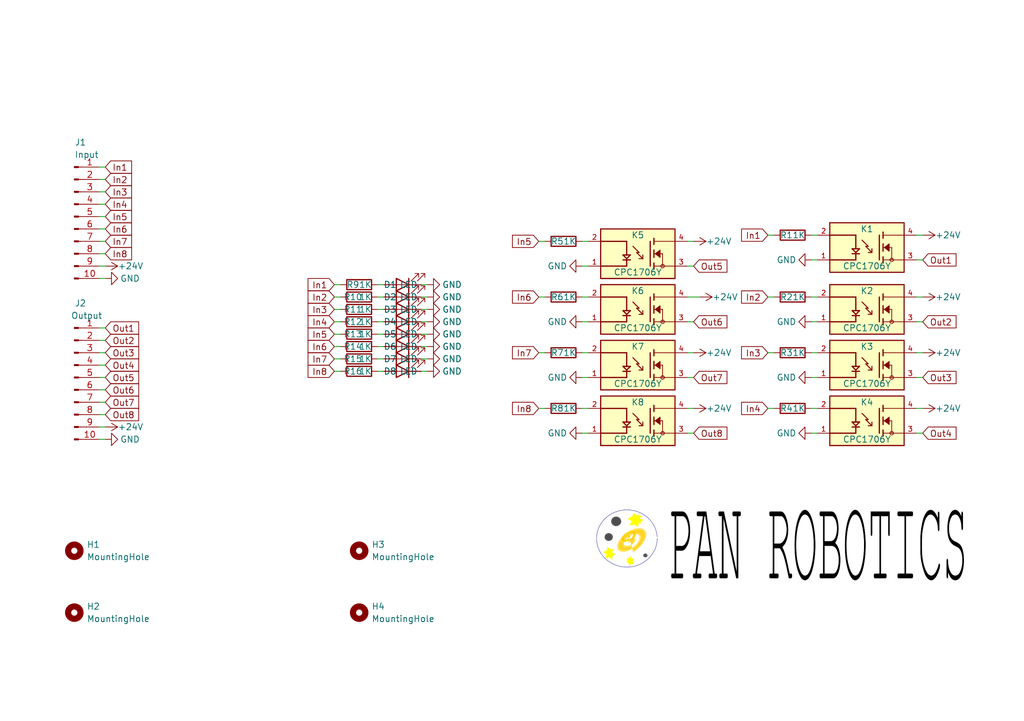
<source format=kicad_sch>
(kicad_sch (version 20231120) (generator "eeschema") (generator_version "8.0")
  (paper "A5")
  (title_block (title "8 Way Replay Board") (date "2024-05-06") (rev "V1") (company "Pan Robotics Limited"))
  (lib_symbols
    (symbol "CPC1706Y:CPC1706Y" (pin_names (offset 1.016))
      (property "Reference" "K" (at -7.62 5.715 0))
      (property "Value" "CPC1706Y" (at -7.62 -7.62 0))
      (symbol "CPC1706Y_0_0"
        (rectangle (start -7.62 -5.08) (end 7.62 5.08) (stroke (width 0.254)) (fill (type background)))
        (polyline (pts (xy -7.62 2.54) (xy -2.286 2.54)) (stroke (width 0.254)))
        (polyline (pts (xy -3.048 -1.27) (xy -1.524 -1.27)) (stroke (width 0.254)))
        (polyline (pts (xy -3.048 -0.254) (xy -2.286 -1.016)) (stroke (width 0.254)))
        (polyline (pts (xy -2.286 -2.54) (xy -7.62 -2.54)) (stroke (width 0.254)))
        (polyline (pts (xy -2.286 -1.27) (xy -2.286 -2.54)) (stroke (width 0.254)))
        (polyline (pts (xy -2.286 -1.016) (xy -1.524 -0.254)) (stroke (width 0.254)))
        (polyline (pts (xy -2.286 -0.254) (xy -3.048 -0.254)) (stroke (width 0.254)))
        (polyline (pts (xy -2.286 -0.254) (xy -1.524 -0.254)) (stroke (width 0.254)))
        (polyline (pts (xy -2.286 2.54) (xy -2.286 -0.254)) (stroke (width 0.254)))
        (polyline (pts (xy -1.016 1.524) (xy 0.254 0.254)) (stroke (width 0.2032)))
        (polyline (pts (xy -0.254 0.254) (xy 1.016 -1.016)) (stroke (width 0.2032)))
        (polyline (pts (xy 0.254 0.254) (xy -0.254 0.254)) (stroke (width 0.2032)))
        (polyline (pts (xy 1.016 -1.016) (xy 0.254 -1.016)) (stroke (width 0.2032)))
        (polyline (pts (xy 1.016 -1.016) (xy 1.016 -0.254)) (stroke (width 0.2032)))
        (polyline (pts (xy 2.54 2.54) (xy 2.54 -2.54)) (stroke (width 0.254)))
        (polyline (pts (xy 3.302 -2.54) (xy 3.302 -3.175)) (stroke (width 0.254)))
        (polyline (pts (xy 3.302 -1.905) (xy 3.302 -2.54)) (stroke (width 0.254)))
        (polyline (pts (xy 3.302 0) (xy 3.302 -0.762)) (stroke (width 0.254)))
        (polyline (pts (xy 3.302 0) (xy 5.08 0)) (stroke (width 0.1524)))
        (polyline (pts (xy 3.302 0.762) (xy 3.302 0)) (stroke (width 0.254)))
        (polyline (pts (xy 3.302 2.54) (xy 3.302 1.905)) (stroke (width 0.254)))
        (polyline (pts (xy 3.302 2.54) (xy 7.62 2.54)) (stroke (width 0.1524)))
        (polyline (pts (xy 3.302 3.175) (xy 3.302 2.54)) (stroke (width 0.254)))
        (polyline (pts (xy 5.08 -2.54) (xy 3.302 -2.54)) (stroke (width 0.1524)))
        (polyline (pts (xy 5.08 -2.54) (xy 7.62 -2.54)) (stroke (width 0.1524)))
        (polyline (pts (xy 5.08 0) (xy 5.08 -2.54)) (stroke (width 0.1524)))
        (polyline (pts (xy 3.556 0) (xy 4.572 0.762) (xy 4.572 -0.762) (xy 3.556 0)) (stroke (width 0.1524)) (fill (type outline)))
        (circle (center 5.08 -2.54) (radius 0.3592))
        (pin passive line (at -10.16 -2.54 0) (length 2.54) (name "~") (number "1"))
        (pin passive line (at -10.16 2.54 0) (length 2.54) (name "~") (number "2"))
        (pin passive line (at 10.16 -2.54 180) (length 2.54) (name "~") (number "3"))
        (pin passive line (at 10.16 2.54 180) (length 2.54) (name "~") (number "4"))
      )
    )
    (symbol "Connector:Conn_01x10_Male" (pin_names (offset 1.016) hide)
      (property "Reference" "J" (at 0 12.7 0))
      (property "Value" "Conn_01x10_Male" (at 0 -15.24 0))
      (symbol "Conn_01x10_Male_1_1"
        (polyline (pts (xy 1.27 -12.7) (xy 0.8636 -12.7)) (stroke (width 0.1524)))
        (polyline (pts (xy 1.27 -10.16) (xy 0.8636 -10.16)) (stroke (width 0.1524)))
        (polyline (pts (xy 1.27 -7.62) (xy 0.8636 -7.62)) (stroke (width 0.1524)))
        (polyline (pts (xy 1.27 -5.08) (xy 0.8636 -5.08)) (stroke (width 0.1524)))
        (polyline (pts (xy 1.27 -2.54) (xy 0.8636 -2.54)) (stroke (width 0.1524)))
        (polyline (pts (xy 1.27 0) (xy 0.8636 0)) (stroke (width 0.1524)))
        (polyline (pts (xy 1.27 2.54) (xy 0.8636 2.54)) (stroke (width 0.1524)))
        (polyline (pts (xy 1.27 5.08) (xy 0.8636 5.08)) (stroke (width 0.1524)))
        (polyline (pts (xy 1.27 7.62) (xy 0.8636 7.62)) (stroke (width 0.1524)))
        (polyline (pts (xy 1.27 10.16) (xy 0.8636 10.16)) (stroke (width 0.1524)))
        (rectangle (start 0.8636 -12.573) (end 0 -12.827) (stroke (width 0.1524)) (fill (type outline)))
        (rectangle (start 0.8636 -10.033) (end 0 -10.287) (stroke (width 0.1524)) (fill (type outline)))
        (rectangle (start 0.8636 -7.493) (end 0 -7.747) (stroke (width 0.1524)) (fill (type outline)))
        (rectangle (start 0.8636 -4.953) (end 0 -5.207) (stroke (width 0.1524)) (fill (type outline)))
        (rectangle (start 0.8636 -2.413) (end 0 -2.667) (stroke (width 0.1524)) (fill (type outline)))
        (rectangle (start 0.8636 0.127) (end 0 -0.127) (stroke (width 0.1524)) (fill (type outline)))
        (rectangle (start 0.8636 2.667) (end 0 2.413) (stroke (width 0.1524)) (fill (type outline)))
        (rectangle (start 0.8636 5.207) (end 0 4.953) (stroke (width 0.1524)) (fill (type outline)))
        (rectangle (start 0.8636 7.747) (end 0 7.493) (stroke (width 0.1524)) (fill (type outline)))
        (rectangle (start 0.8636 10.287) (end 0 10.033) (stroke (width 0.1524)) (fill (type outline)))
        (pin passive line (at 5.08 10.16 180) (length 3.81) (name "Pin_1") (number "1"))
        (pin passive line (at 5.08 -12.7 180) (length 3.81) (name "Pin_10") (number "10"))
        (pin passive line (at 5.08 7.62 180) (length 3.81) (name "Pin_2") (number "2"))
        (pin passive line (at 5.08 5.08 180) (length 3.81) (name "Pin_3") (number "3"))
        (pin passive line (at 5.08 2.54 180) (length 3.81) (name "Pin_4") (number "4"))
        (pin passive line (at 5.08 0 180) (length 3.81) (name "Pin_5") (number "5"))
        (pin passive line (at 5.08 -2.54 180) (length 3.81) (name "Pin_6") (number "6"))
        (pin passive line (at 5.08 -5.08 180) (length 3.81) (name "Pin_7") (number "7"))
        (pin passive line (at 5.08 -7.62 180) (length 3.81) (name "Pin_8") (number "8"))
        (pin passive line (at 5.08 -10.16 180) (length 3.81) (name "Pin_9") (number "9"))
      )
    )
    (symbol "Device:LED" (pin_numbers hide) (pin_names (offset 1.016) hide)
      (property "Reference" "D" (at 0 2.54 0))
      (property "Value" "LED" (at 0 -2.54 0))
      (symbol "LED_0_1"
        (polyline (pts (xy -1.27 -1.27) (xy -1.27 1.27)) (stroke (width 0.254)))
        (polyline (pts (xy -1.27 0) (xy 1.27 0)))
        (polyline (pts (xy 1.27 -1.27) (xy 1.27 1.27) (xy -1.27 0) (xy 1.27 -1.27)) (stroke (width 0.254)))
        (polyline (pts (xy -3.048 -0.762) (xy -4.572 -2.286) (xy -3.81 -2.286) (xy -4.572 -2.286) (xy -4.572 -1.524)))
        (polyline (pts (xy -1.778 -0.762) (xy -3.302 -2.286) (xy -2.54 -2.286) (xy -3.302 -2.286) (xy -3.302 -1.524)))
      )
      (symbol "LED_1_1"
        (pin passive line (at -3.81 0 0) (length 2.54) (name "K") (number "1"))
        (pin passive line (at 3.81 0 180) (length 2.54) (name "A") (number "2"))
      )
    )
    (symbol "Device:R" (pin_numbers hide) (pin_names (offset 0))
      (property "Reference" "R" (at 2.032 0 90))
      (property "Value" "R" (at 0 0 90))
      (symbol "R_0_1"
        (rectangle (start -1.016 -2.54) (end 1.016 2.54) (stroke (width 0.254)))
      )
      (symbol "R_1_1"
        (pin passive line (at 0 3.81 270) (length 1.27) (name "~") (number "1"))
        (pin passive line (at 0 -3.81 90) (length 1.27) (name "~") (number "2"))
      )
    )
    (symbol "Mechanical:MountingHole" (pin_names (offset 1.016))
      (property "Reference" "H" (at 0 5.08 0))
      (property "Value" "MountingHole" (at 0 3.175 0))
      (symbol "MountingHole_0_1"
        (circle (center 0 0) (radius 1.27) (stroke (width 1.27)))
      )
    )
    (symbol "power:+24V" (power) (pin_names (offset 0))
      (property "Value" "+24V" (at 0 3.556 0))
      (symbol "+24V_0_1"
        (polyline (pts (xy -0.762 1.27) (xy 0 2.54)))
        (polyline (pts (xy 0 0) (xy 0 2.54)))
        (polyline (pts (xy 0 2.54) (xy 0.762 1.27)))
      )
      (symbol "+24V_1_1"
        (pin power_in line (at 0 0 90) (length 0) hide (name "+24V") (number "1"))
      )
    )
    (symbol "power:GND" (power) (pin_names (offset 0))
      (property "Value" "GND" (at 0 -3.81 0))
      (symbol "GND_0_1"
        (polyline (pts (xy 0 0) (xy 0 -1.27) (xy 1.27 -1.27) (xy 0 -2.54) (xy -1.27 -1.27) (xy 0 -1.27)))
      )
      (symbol "GND_1_1"
        (pin power_in line (at 0 0 270) (length 0) hide (name "GND") (number "1"))
      )
    )
  )
  (wire (pts (xy 21.59 54.61) (xy 20.32 54.61)))
  (wire (pts (xy 21.59 69.85) (xy 20.32 69.85)))
  (wire (pts (xy 86.36 68.58) (xy 87.63 68.58)))
  (wire (pts (xy 68.58 60.96) (xy 69.85 60.96)))
  (wire (pts (xy 166.37 77.47) (xy 167.64 77.47)))
  (wire (pts (xy 21.59 77.47) (xy 20.32 77.47)))
  (wire (pts (xy 77.47 60.96) (xy 78.74 60.96)))
  (wire (pts (xy 119.38 54.61) (xy 120.65 54.61)))
  (wire (pts (xy 166.37 66.04) (xy 167.64 66.04)))
  (wire (pts (xy 77.47 66.04) (xy 78.74 66.04)))
  (wire (pts (xy 21.59 49.53) (xy 20.32 49.53)))
  (wire (pts (xy 142.24 77.47) (xy 140.97 77.47)))
  (wire (pts (xy 77.47 58.42) (xy 78.74 58.42)))
  (wire (pts (xy 21.59 52.07) (xy 20.32 52.07)))
  (wire (pts (xy 157.48 72.39) (xy 158.75 72.39)))
  (wire (pts (xy 142.24 66.04) (xy 140.97 66.04)))
  (wire (pts (xy 77.47 73.66) (xy 78.74 73.66)))
  (wire (pts (xy 119.38 60.96) (xy 120.65 60.96)))
  (wire (pts (xy 21.59 67.31) (xy 20.32 67.31)))
  (wire (pts (xy 86.36 58.42) (xy 87.63 58.42)))
  (wire (pts (xy 21.59 74.93) (xy 20.32 74.93)))
  (wire (pts (xy 68.58 76.2) (xy 69.85 76.2)))
  (wire (pts (xy 189.23 77.47) (xy 187.96 77.47)))
  (wire (pts (xy 166.37 83.82) (xy 167.64 83.82)))
  (wire (pts (xy 86.36 73.66) (xy 87.63 73.66)))
  (wire (pts (xy 68.58 68.58) (xy 69.85 68.58)))
  (wire (pts (xy 189.23 53.34) (xy 187.96 53.34)))
  (wire (pts (xy 21.59 82.55) (xy 20.32 82.55)))
  (wire (pts (xy 21.59 90.17) (xy 20.32 90.17)))
  (wire (pts (xy 77.47 76.2) (xy 78.74 76.2)))
  (wire (pts (xy 86.36 63.5) (xy 87.63 63.5)))
  (wire (pts (xy 21.59 36.83) (xy 20.32 36.83)))
  (wire (pts (xy 119.38 66.04) (xy 120.65 66.04)))
  (wire (pts (xy 68.58 58.42) (xy 69.85 58.42)))
  (wire (pts (xy 140.97 60.96) (xy 143.51 60.96)))
  (wire (pts (xy 21.59 80.01) (xy 20.32 80.01)))
  (wire (pts (xy 166.37 60.96) (xy 167.64 60.96)))
  (wire (pts (xy 157.48 48.26) (xy 158.75 48.26)))
  (wire (pts (xy 119.38 49.53) (xy 120.65 49.53)))
  (wire (pts (xy 166.37 48.26) (xy 167.64 48.26)))
  (wire (pts (xy 21.59 34.29) (xy 20.32 34.29)))
  (wire (pts (xy 21.59 39.37) (xy 20.32 39.37)))
  (wire (pts (xy 86.36 60.96) (xy 87.63 60.96)))
  (wire (pts (xy 68.58 63.5) (xy 69.85 63.5)))
  (wire (pts (xy 189.23 83.82) (xy 187.96 83.82)))
  (wire (pts (xy 110.49 60.96) (xy 111.76 60.96)))
  (wire (pts (xy 142.24 72.39) (xy 140.97 72.39)))
  (wire (pts (xy 142.24 83.82) (xy 140.97 83.82)))
  (wire (pts (xy 21.59 44.45) (xy 20.32 44.45)))
  (wire (pts (xy 119.38 72.39) (xy 120.65 72.39)))
  (wire (pts (xy 142.24 49.53) (xy 140.97 49.53)))
  (wire (pts (xy 86.36 76.2) (xy 87.63 76.2)))
  (wire (pts (xy 77.47 68.58) (xy 78.74 68.58)))
  (wire (pts (xy 110.49 72.39) (xy 111.76 72.39)))
  (wire (pts (xy 157.48 83.82) (xy 158.75 83.82)))
  (wire (pts (xy 21.59 46.99) (xy 20.32 46.99)))
  (wire (pts (xy 166.37 72.39) (xy 167.64 72.39)))
  (wire (pts (xy 21.59 87.63) (xy 20.32 87.63)))
  (wire (pts (xy 157.48 60.96) (xy 158.75 60.96)))
  (wire (pts (xy 21.59 72.39) (xy 20.32 72.39)))
  (wire (pts (xy 189.23 60.96) (xy 187.96 60.96)))
  (wire (pts (xy 189.23 72.39) (xy 187.96 72.39)))
  (wire (pts (xy 68.58 73.66) (xy 69.85 73.66)))
  (wire (pts (xy 21.59 85.09) (xy 20.32 85.09)))
  (wire (pts (xy 86.36 71.12) (xy 87.63 71.12)))
  (wire (pts (xy 166.37 88.9) (xy 167.64 88.9)))
  (wire (pts (xy 142.24 54.61) (xy 140.97 54.61)))
  (wire (pts (xy 68.58 71.12) (xy 69.85 71.12)))
  (wire (pts (xy 189.23 48.26) (xy 187.96 48.26)))
  (wire (pts (xy 189.23 66.04) (xy 187.96 66.04)))
  (wire (pts (xy 86.36 66.04) (xy 87.63 66.04)))
  (wire (pts (xy 68.58 66.04) (xy 69.85 66.04)))
  (wire (pts (xy 77.47 63.5) (xy 78.74 63.5)))
  (wire (pts (xy 110.49 83.82) (xy 111.76 83.82)))
  (wire (pts (xy 110.49 49.53) (xy 111.76 49.53)))
  (wire (pts (xy 119.38 88.9) (xy 120.65 88.9)))
  (wire (pts (xy 166.37 53.34) (xy 167.64 53.34)))
  (wire (pts (xy 119.38 77.47) (xy 120.65 77.47)))
  (wire (pts (xy 189.23 88.9) (xy 187.96 88.9)))
  (wire (pts (xy 77.47 71.12) (xy 78.74 71.12)))
  (wire (pts (xy 119.38 83.82) (xy 120.65 83.82)))
  (wire (pts (xy 21.59 41.91) (xy 20.32 41.91)))
  (wire (pts (xy 21.59 57.15) (xy 20.32 57.15)))
  (wire (pts (xy 142.24 88.9) (xy 140.97 88.9)))
  (image (at 160.02 111.76) (scale 0.818051))
  (global_label "Out7" (shape input) (at 142.24 77.47 0) (property "Intersheetrefs" "${INTERSHEET_REFS}" (effects (hide yes))))
  (global_label "Out3" (shape input) (at 189.23 77.47 0) (property "Intersheetrefs" "${INTERSHEET_REFS}" (effects (hide yes))))
  (global_label "Out5" (shape input) (at 21.59 77.47 0) (property "Intersheetrefs" "${INTERSHEET_REFS}" (effects (hide yes))))
  (global_label "In5" (shape input) (at 21.59 44.45 0) (property "Intersheetrefs" "${INTERSHEET_REFS}" (effects (hide yes))))
  (global_label "In3" (shape input) (at 68.58 63.5 180) (property "Intersheetrefs" "${INTERSHEET_REFS}" (effects (hide yes))))
  (global_label "Out2" (shape input) (at 21.59 69.85 0) (property "Intersheetrefs" "${INTERSHEET_REFS}" (effects (hide yes))))
  (global_label "Out4" (shape input) (at 189.23 88.9 0) (property "Intersheetrefs" "${INTERSHEET_REFS}" (effects (hide yes))))
  (global_label "In5" (shape input) (at 68.58 68.58 180) (property "Intersheetrefs" "${INTERSHEET_REFS}" (effects (hide yes))))
  (global_label "In1" (shape input) (at 157.48 48.26 180) (property "Intersheetrefs" "${INTERSHEET_REFS}" (effects (hide yes))))
  (global_label "Out3" (shape input) (at 21.59 72.39 0) (property "Intersheetrefs" "${INTERSHEET_REFS}" (effects (hide yes))))
  (global_label "Out2" (shape input) (at 189.23 66.04 0) (property "Intersheetrefs" "${INTERSHEET_REFS}" (effects (hide yes))))
  (global_label "In3" (shape input) (at 21.59 39.37 0) (property "Intersheetrefs" "${INTERSHEET_REFS}" (effects (hide yes))))
  (global_label "In4" (shape input) (at 68.58 66.04 180) (property "Intersheetrefs" "${INTERSHEET_REFS}" (effects (hide yes))))
  (global_label "In2" (shape input) (at 68.58 60.96 180) (property "Intersheetrefs" "${INTERSHEET_REFS}" (effects (hide yes))))
  (global_label "In6" (shape input) (at 110.49 60.96 180) (property "Intersheetrefs" "${INTERSHEET_REFS}" (effects (hide yes))))
  (global_label "In4" (shape input) (at 157.48 83.82 180) (property "Intersheetrefs" "${INTERSHEET_REFS}" (effects (hide yes))))
  (global_label "In1" (shape input) (at 21.59 34.29 0) (property "Intersheetrefs" "${INTERSHEET_REFS}" (effects (hide yes))))
  (global_label "In2" (shape input) (at 157.48 60.96 180) (property "Intersheetrefs" "${INTERSHEET_REFS}" (effects (hide yes))))
  (global_label "Out8" (shape input) (at 142.24 88.9 0) (property "Intersheetrefs" "${INTERSHEET_REFS}" (effects (hide yes))))
  (global_label "In2" (shape input) (at 21.59 36.83 0) (property "Intersheetrefs" "${INTERSHEET_REFS}" (effects (hide yes))))
  (global_label "In7" (shape input) (at 21.59 49.53 0) (property "Intersheetrefs" "${INTERSHEET_REFS}" (effects (hide yes))))
  (global_label "In8" (shape input) (at 21.59 52.07 0) (property "Intersheetrefs" "${INTERSHEET_REFS}" (effects (hide yes))))
  (global_label "In5" (shape input) (at 110.49 49.53 180) (property "Intersheetrefs" "${INTERSHEET_REFS}" (effects (hide yes))))
  (global_label "In6" (shape input) (at 21.59 46.99 0) (property "Intersheetrefs" "${INTERSHEET_REFS}" (effects (hide yes))))
  (global_label "Out1" (shape input) (at 21.59 67.31 0) (property "Intersheetrefs" "${INTERSHEET_REFS}" (effects (hide yes))))
  (global_label "In8" (shape input) (at 110.49 83.82 180) (property "Intersheetrefs" "${INTERSHEET_REFS}" (effects (hide yes))))
  (global_label "In8" (shape input) (at 68.58 76.2 180) (property "Intersheetrefs" "${INTERSHEET_REFS}" (effects (hide yes))))
  (global_label "In6" (shape input) (at 68.58 71.12 180) (property "Intersheetrefs" "${INTERSHEET_REFS}" (effects (hide yes))))
  (global_label "Out8" (shape input) (at 21.59 85.09 0) (property "Intersheetrefs" "${INTERSHEET_REFS}" (effects (hide yes))))
  (global_label "Out7" (shape input) (at 21.59 82.55 0) (property "Intersheetrefs" "${INTERSHEET_REFS}" (effects (hide yes))))
  (global_label "In1" (shape input) (at 68.58 58.42 180) (property "Intersheetrefs" "${INTERSHEET_REFS}" (effects (hide yes))))
  (global_label "In4" (shape input) (at 21.59 41.91 0) (property "Intersheetrefs" "${INTERSHEET_REFS}" (effects (hide yes))))
  (global_label "In7" (shape input) (at 68.58 73.66 180) (property "Intersheetrefs" "${INTERSHEET_REFS}" (effects (hide yes))))
  (global_label "Out6" (shape input) (at 21.59 80.01 0) (property "Intersheetrefs" "${INTERSHEET_REFS}" (effects (hide yes))))
  (global_label "Out6" (shape input) (at 142.24 66.04 0) (property "Intersheetrefs" "${INTERSHEET_REFS}" (effects (hide yes))))
  (global_label "In7" (shape input) (at 110.49 72.39 180) (property "Intersheetrefs" "${INTERSHEET_REFS}" (effects (hide yes))))
  (global_label "Out1" (shape input) (at 189.23 53.34 0) (property "Intersheetrefs" "${INTERSHEET_REFS}" (effects (hide yes))))
  (global_label "Out5" (shape input) (at 142.24 54.61 0) (property "Intersheetrefs" "${INTERSHEET_REFS}" (effects (hide yes))))
  (global_label "Out4" (shape input) (at 21.59 74.93 0) (property "Intersheetrefs" "${INTERSHEET_REFS}" (effects (hide yes))))
  (global_label "In3" (shape input) (at 157.48 72.39 180) (property "Intersheetrefs" "${INTERSHEET_REFS}" (effects (hide yes))))
  (symbol (lib_id "power:GND") (at 87.63 71.12 90) (unit 1)
    (property "Reference" "#PWR014" (effects (hide yes)))
    (property "Value" "GND" (at 92.71 71.12 90))
  )
  (symbol (lib_id "CPC1706Y:CPC1706Y") (at 177.8 74.93 0) (unit 1)
    (property "Reference" "K3" (at 177.8 71.12 0))
    (property "Value" "CPC1706Y" (at 177.8 78.74 0))
    (property "Footprint" "CPC1706Y:CPC1706Y_IXY" (effects (hide yes)))
    (property "STANDARD" "Manufacturer Recommendations" (effects (hide yes)))
    (property "MANUFACTURER" "IXYS" (effects (hide yes)))
  )
  (symbol (lib_id "power:GND") (at 21.59 57.15 90) (unit 1)
    (property "Reference" "#PWR0111" (effects (hide yes)))
    (property "Value" "GND" (at 26.67 57.15 90))
  )
  (symbol (lib_id "Connector:Conn_01x10_Male") (at 15.24 77.47 0) (unit 1)
    (property "Reference" "J2" (at 16.51 62.23 0))
    (property "Value" "Output" (at 17.78 64.77 0))
    (property "Footprint" "Connector_Phoenix_MC:PhoenixContact_MCV_1,5_10-G-3.5_1x10_P3.50mm_Vertical" (effects (hide yes)))
  )
  (symbol (lib_id "CPC1706Y:CPC1706Y") (at 177.8 50.8 0) (unit 1)
    (property "Reference" "K1" (at 177.8 46.99 0))
    (property "Value" "CPC1706Y" (at 177.8 54.61 0))
    (property "Footprint" "CPC1706Y:CPC1706Y_IXY" (effects (hide yes)))
    (property "STANDARD" "Manufacturer Recommendations" (effects (hide yes)))
    (property "MANUFACTURER" "IXYS" (effects (hide yes)))
  )
  (symbol (lib_id "Device:R") (at 115.57 60.96 90) (unit 1)
    (property "Reference" "R6" (at 114.3 60.96 90))
    (property "Value" "1K" (at 116.84 60.96 90))
    (property "Footprint" "Resistor_SMD:R_0805_2012Metric_Pad1.20x1.40mm_HandSolder" (effects (hide yes)))
  )
  (symbol (lib_id "power:+24V") (at 189.23 83.82 270) (unit 1)
    (property "Reference" "#PWR03" (effects (hide yes)))
    (property "Value" "+24V" (at 191.77 83.82 90) (effects (justify left)))
  )
  (symbol (lib_id "Device:R") (at 115.57 72.39 90) (unit 1)
    (property "Reference" "R7" (at 114.3 72.39 90))
    (property "Value" "1K" (at 116.84 72.39 90))
    (property "Footprint" "Resistor_SMD:R_0805_2012Metric_Pad1.20x1.40mm_HandSolder" (effects (hide yes)))
  )
  (symbol (lib_id "power:GND") (at 119.38 77.47 270) (unit 1)
    (property "Reference" "#PWR0116" (effects (hide yes)))
    (property "Value" "GND" (at 114.3 77.47 90))
  )
  (symbol (lib_id "power:GND") (at 87.63 68.58 90) (unit 1)
    (property "Reference" "#PWR013" (effects (hide yes)))
    (property "Value" "GND" (at 92.71 68.58 90))
  )
  (symbol (lib_id "power:+24V") (at 142.24 49.53 270) (unit 1)
    (property "Reference" "#PWR02" (effects (hide yes)))
    (property "Value" "+24V" (at 144.78 49.53 90) (effects (justify left)))
  )
  (symbol (lib_id "power:GND") (at 119.38 66.04 270) (unit 1)
    (property "Reference" "#PWR0107" (effects (hide yes)))
    (property "Value" "GND" (at 114.3 66.04 90))
  )
  (symbol (lib_id "Mechanical:MountingHole") (at 73.66 125.73 0) (unit 1)
    (property "Reference" "H4" (at 76.2 124.4599 0) (effects (justify left)))
    (property "Value" "MountingHole" (at 76.2 126.9999 0) (effects (justify left)))
    (property "Footprint" "MountingHole:MountingHole_3.2mm_M3" (effects (hide yes)))
  )
  (symbol (lib_id "power:+24V") (at 143.51 60.96 270) (unit 1)
    (property "Reference" "#PWR01" (effects (hide yes)))
    (property "Value" "+24V" (at 146.05 60.96 90) (effects (justify left)))
  )
  (symbol (lib_id "power:+24V") (at 21.59 87.63 270) (unit 1)
    (property "Reference" "#PWR017" (effects (hide yes)))
    (property "Value" "+24V" (at 24.13 87.63 90) (effects (justify left)))
  )
  (symbol (lib_id "Device:R") (at 73.66 60.96 90) (unit 1)
    (property "Reference" "R10" (at 72.39 60.96 90))
    (property "Value" "1K" (at 74.93 60.96 90))
    (property "Footprint" "Resistor_SMD:R_0805_2012Metric_Pad1.20x1.40mm_HandSolder" (effects (hide yes)))
  )
  (symbol (lib_id "Device:R") (at 162.56 72.39 90) (unit 1)
    (property "Reference" "R3" (at 161.29 72.39 90))
    (property "Value" "1K" (at 163.83 72.39 90))
    (property "Footprint" "Resistor_SMD:R_0805_2012Metric_Pad1.20x1.40mm_HandSolder" (effects (hide yes)))
  )
  (symbol (lib_id "Device:R") (at 73.66 76.2 90) (unit 1)
    (property "Reference" "R16" (at 72.39 76.2 90))
    (property "Value" "1K" (at 74.93 76.2 90))
    (property "Footprint" "Resistor_SMD:R_0805_2012Metric_Pad1.20x1.40mm_HandSolder" (effects (hide yes)))
  )
  (symbol (lib_id "power:GND") (at 21.59 90.17 90) (unit 1)
    (property "Reference" "#PWR018" (effects (hide yes)))
    (property "Value" "GND" (at 26.67 90.17 90))
  )
  (symbol (lib_id "power:GND") (at 87.63 66.04 90) (unit 1)
    (property "Reference" "#PWR012" (effects (hide yes)))
    (property "Value" "GND" (at 92.71 66.04 90))
  )
  (symbol (lib_id "power:GND") (at 87.63 60.96 90) (unit 1)
    (property "Reference" "#PWR010" (effects (hide yes)))
    (property "Value" "GND" (at 92.71 60.96 90))
  )
  (symbol (lib_id "Device:LED") (at 82.55 71.12 180) (unit 1)
    (property "Reference" "D6" (at 80.01 71.12 0))
    (property "Value" "LED" (at 83.82 71.12 0))
    (property "Footprint" "LED_SMD:LED_1206_3216Metric_Pad1.42x1.75mm_HandSolder" (effects (hide yes)))
  )
  (symbol (lib_id "Device:R") (at 73.66 68.58 90) (unit 1)
    (property "Reference" "R13" (at 72.39 68.58 90))
    (property "Value" "1K" (at 74.93 68.58 90))
    (property "Footprint" "Resistor_SMD:R_0805_2012Metric_Pad1.20x1.40mm_HandSolder" (effects (hide yes)))
  )
  (symbol (lib_id "power:+24V") (at 189.23 48.26 270) (unit 1)
    (property "Reference" "#PWR06" (effects (hide yes)))
    (property "Value" "+24V" (at 191.77 48.26 90) (effects (justify left)))
  )
  (symbol (lib_id "power:GND") (at 87.63 76.2 90) (unit 1)
    (property "Reference" "#PWR016" (effects (hide yes)))
    (property "Value" "GND" (at 92.71 76.2 90))
  )
  (symbol (lib_id "Mechanical:MountingHole") (at 15.24 113.03 0) (unit 1)
    (property "Reference" "H1" (at 17.78 111.7599 0) (effects (justify left)))
    (property "Value" "MountingHole" (at 17.78 114.2999 0) (effects (justify left)))
    (property "Footprint" "MountingHole:MountingHole_3.2mm_M3" (effects (hide yes)))
  )
  (symbol (lib_id "CPC1706Y:CPC1706Y") (at 177.8 86.36 0) (unit 1)
    (property "Reference" "K4" (at 177.8 82.55 0))
    (property "Value" "CPC1706Y" (at 177.8 90.17 0))
    (property "Footprint" "CPC1706Y:CPC1706Y_IXY" (effects (hide yes)))
    (property "STANDARD" "Manufacturer Recommendations" (effects (hide yes)))
    (property "MANUFACTURER" "IXYS" (effects (hide yes)))
  )
  (symbol (lib_id "Device:LED") (at 82.55 76.2 180) (unit 1)
    (property "Reference" "D8" (at 80.01 76.2 0))
    (property "Value" "LED" (at 83.82 76.2 0))
    (property "Footprint" "LED_SMD:LED_1206_3216Metric_Pad1.42x1.75mm_HandSolder" (effects (hide yes)))
  )
  (symbol (lib_id "Device:R") (at 73.66 58.42 90) (unit 1)
    (property "Reference" "R9" (at 72.39 58.42 90))
    (property "Value" "1K" (at 74.93 58.42 90))
    (property "Footprint" "Resistor_SMD:R_0805_2012Metric_Pad1.20x1.40mm_HandSolder" (effects (hide yes)))
  )
  (symbol (lib_id "Device:LED") (at 82.55 58.42 180) (unit 1)
    (property "Reference" "D1" (at 80.01 58.42 0))
    (property "Value" "LED" (at 83.82 58.42 0))
    (property "Footprint" "LED_SMD:LED_1206_3216Metric_Pad1.42x1.75mm_HandSolder" (effects (hide yes)))
  )
  (symbol (lib_id "Mechanical:MountingHole") (at 15.24 125.73 0) (unit 1)
    (property "Reference" "H2" (at 17.78 124.4599 0) (effects (justify left)))
    (property "Value" "MountingHole" (at 17.78 126.9999 0) (effects (justify left)))
    (property "Footprint" "MountingHole:MountingHole_3.2mm_M3" (effects (hide yes)))
  )
  (symbol (lib_id "power:GND") (at 166.37 77.47 270) (unit 1)
    (property "Reference" "#PWR0101" (effects (hide yes)))
    (property "Value" "GND" (at 161.29 77.47 90))
  )
  (symbol (lib_id "power:GND") (at 87.63 58.42 90) (unit 1)
    (property "Reference" "#PWR09" (effects (hide yes)))
    (property "Value" "GND" (at 92.71 58.42 90))
  )
  (symbol (lib_id "Connector:Conn_01x10_Male") (at 15.24 44.45 0) (unit 1)
    (property "Reference" "J1" (at 16.51 29.21 0))
    (property "Value" "Input" (at 17.78 31.75 0))
    (property "Footprint" "Connector_Phoenix_MC:PhoenixContact_MCV_1,5_10-G-3.5_1x10_P3.50mm_Vertical" (effects (hide yes)))
  )
  (symbol (lib_id "Device:R") (at 73.66 71.12 90) (unit 1)
    (property "Reference" "R14" (at 72.39 71.12 90))
    (property "Value" "1K" (at 74.93 71.12 90))
    (property "Footprint" "Resistor_SMD:R_0805_2012Metric_Pad1.20x1.40mm_HandSolder" (effects (hide yes)))
  )
  (symbol (lib_id "CPC1706Y:CPC1706Y") (at 130.81 86.36 0) (unit 1)
    (property "Reference" "K8" (at 130.81 82.55 0))
    (property "Value" "CPC1706Y" (at 130.81 90.17 0))
    (property "Footprint" "CPC1706Y:CPC1706Y_IXY" (effects (hide yes)))
    (property "STANDARD" "Manufacturer Recommendations" (effects (hide yes)))
    (property "MANUFACTURER" "IXYS" (effects (hide yes)))
  )
  (symbol (lib_id "power:+24V") (at 21.59 54.61 270) (unit 1)
    (property "Reference" "#PWR0110" (effects (hide yes)))
    (property "Value" "+24V" (at 24.13 54.61 90) (effects (justify left)))
  )
  (symbol (lib_id "Device:R") (at 115.57 83.82 90) (unit 1)
    (property "Reference" "R8" (at 114.3 83.82 90))
    (property "Value" "1K" (at 116.84 83.82 90))
    (property "Footprint" "Resistor_SMD:R_0805_2012Metric_Pad1.20x1.40mm_HandSolder" (effects (hide yes)))
  )
  (symbol (lib_id "Device:R") (at 73.66 66.04 90) (unit 1)
    (property "Reference" "R12" (at 72.39 66.04 90))
    (property "Value" "1K" (at 74.93 66.04 90))
    (property "Footprint" "Resistor_SMD:R_0805_2012Metric_Pad1.20x1.40mm_HandSolder" (effects (hide yes)))
  )
  (symbol (lib_id "power:GND") (at 119.38 88.9 270) (unit 1)
    (property "Reference" "#PWR07" (effects (hide yes)))
    (property "Value" "GND" (at 114.3 88.9 90))
  )
  (symbol (lib_id "Device:R") (at 115.57 49.53 90) (unit 1)
    (property "Reference" "R5" (at 114.3 49.53 90))
    (property "Value" "1K" (at 116.84 49.53 90))
    (property "Footprint" "Resistor_SMD:R_0805_2012Metric_Pad1.20x1.40mm_HandSolder" (effects (hide yes)))
  )
  (symbol (lib_id "Device:R") (at 73.66 63.5 90) (unit 1)
    (property "Reference" "R11" (at 72.39 63.5 90))
    (property "Value" "1K" (at 74.93 63.5 90))
    (property "Footprint" "Resistor_SMD:R_0805_2012Metric_Pad1.20x1.40mm_HandSolder" (effects (hide yes)))
  )
  (symbol (lib_id "Device:LED") (at 82.55 63.5 180) (unit 1)
    (property "Reference" "D3" (at 80.01 63.5 0))
    (property "Value" "LED" (at 83.82 63.5 0))
    (property "Footprint" "LED_SMD:LED_1206_3216Metric_Pad1.42x1.75mm_HandSolder" (effects (hide yes)))
  )
  (symbol (lib_id "Device:R") (at 73.66 73.66 90) (unit 1)
    (property "Reference" "R15" (at 72.39 73.66 90))
    (property "Value" "1K" (at 74.93 73.66 90))
    (property "Footprint" "Resistor_SMD:R_0805_2012Metric_Pad1.20x1.40mm_HandSolder" (effects (hide yes)))
  )
  (symbol (lib_id "Device:R") (at 162.56 48.26 90) (unit 1)
    (property "Reference" "R1" (at 161.29 48.26 90))
    (property "Value" "1K" (at 163.83 48.26 90))
    (property "Footprint" "Resistor_SMD:R_0805_2012Metric_Pad1.20x1.40mm_HandSolder" (effects (hide yes)))
  )
  (symbol (lib_id "Device:LED") (at 82.55 66.04 180) (unit 1)
    (property "Reference" "D4" (at 80.01 66.04 0))
    (property "Value" "LED" (at 83.82 66.04 0))
    (property "Footprint" "LED_SMD:LED_1206_3216Metric_Pad1.42x1.75mm_HandSolder" (effects (hide yes)))
  )
  (symbol (lib_id "power:GND") (at 87.63 73.66 90) (unit 1)
    (property "Reference" "#PWR015" (effects (hide yes)))
    (property "Value" "GND" (at 92.71 73.66 90))
  )
  (symbol (lib_id "Device:LED") (at 82.55 68.58 180) (unit 1)
    (property "Reference" "D5" (at 80.01 68.58 0))
    (property "Value" "LED" (at 83.82 68.58 0))
    (property "Footprint" "LED_SMD:LED_1206_3216Metric_Pad1.42x1.75mm_HandSolder" (effects (hide yes)))
  )
  (symbol (lib_id "CPC1706Y:CPC1706Y") (at 130.81 52.07 0) (unit 1)
    (property "Reference" "K5" (at 130.81 48.26 0))
    (property "Value" "CPC1706Y" (at 130.81 55.88 0))
    (property "Footprint" "CPC1706Y:CPC1706Y_IXY" (effects (hide yes)))
    (property "STANDARD" "Manufacturer Recommendations" (effects (hide yes)))
    (property "MANUFACTURER" "IXYS" (effects (hide yes)))
  )
  (symbol (lib_id "power:+24V") (at 142.24 83.82 270) (unit 1)
    (property "Reference" "#PWR08" (effects (hide yes)))
    (property "Value" "+24V" (at 144.78 83.82 90) (effects (justify left)))
  )
  (symbol (lib_id "power:GND") (at 87.63 63.5 90) (unit 1)
    (property "Reference" "#PWR011" (effects (hide yes)))
    (property "Value" "GND" (at 92.71 63.5 90))
  )
  (symbol (lib_id "power:GND") (at 166.37 53.34 270) (unit 1)
    (property "Reference" "#PWR0105" (effects (hide yes)))
    (property "Value" "GND" (at 161.29 53.34 90))
  )
  (symbol (lib_id "CPC1706Y:CPC1706Y") (at 177.8 63.5 0) (unit 1)
    (property "Reference" "K2" (at 177.8 59.69 0))
    (property "Value" "CPC1706Y" (at 177.8 67.31 0))
    (property "Footprint" "CPC1706Y:CPC1706Y_IXY" (effects (hide yes)))
    (property "STANDARD" "Manufacturer Recommendations" (effects (hide yes)))
    (property "MANUFACTURER" "IXYS" (effects (hide yes)))
  )
  (symbol (lib_id "power:GND") (at 119.38 54.61 270) (unit 1)
    (property "Reference" "#PWR0109" (effects (hide yes)))
    (property "Value" "GND" (at 114.3 54.61 90))
  )
  (symbol (lib_id "CPC1706Y:CPC1706Y") (at 130.81 74.93 0) (unit 1)
    (property "Reference" "K7" (at 130.81 71.12 0))
    (property "Value" "CPC1706Y" (at 130.81 78.74 0))
    (property "Footprint" "CPC1706Y:CPC1706Y_IXY" (effects (hide yes)))
    (property "STANDARD" "Manufacturer Recommendations" (effects (hide yes)))
    (property "MANUFACTURER" "IXYS" (effects (hide yes)))
  )
  (symbol (lib_id "power:+24V") (at 189.23 60.96 270) (unit 1)
    (property "Reference" "#PWR05" (effects (hide yes)))
    (property "Value" "+24V" (at 191.77 60.96 90) (effects (justify left)))
  )
  (symbol (lib_id "Device:R") (at 162.56 60.96 90) (unit 1)
    (property "Reference" "R2" (at 161.29 60.96 90))
    (property "Value" "1K" (at 163.83 60.96 90))
    (property "Footprint" "Resistor_SMD:R_0805_2012Metric_Pad1.20x1.40mm_HandSolder" (effects (hide yes)))
  )
  (symbol (lib_id "CPC1706Y:CPC1706Y") (at 130.81 63.5 0) (unit 1)
    (property "Reference" "K6" (at 130.81 59.69 0))
    (property "Value" "CPC1706Y" (at 130.81 67.31 0))
    (property "Footprint" "CPC1706Y:CPC1706Y_IXY" (effects (hide yes)))
    (property "STANDARD" "Manufacturer Recommendations" (effects (hide yes)))
    (property "MANUFACTURER" "IXYS" (effects (hide yes)))
  )
  (symbol (lib_id "Mechanical:MountingHole") (at 73.66 113.03 0) (unit 1)
    (property "Reference" "H3" (at 76.2 111.7599 0) (effects (justify left)))
    (property "Value" "MountingHole" (at 76.2 114.2999 0) (effects (justify left)))
    (property "Footprint" "MountingHole:MountingHole_3.2mm_M3" (effects (hide yes)))
  )
  (symbol (lib_id "Device:R") (at 162.56 83.82 90) (unit 1)
    (property "Reference" "R4" (at 161.29 83.82 90))
    (property "Value" "1K" (at 163.83 83.82 90))
    (property "Footprint" "Resistor_SMD:R_0805_2012Metric_Pad1.20x1.40mm_HandSolder" (effects (hide yes)))
  )
  (symbol (lib_id "Device:LED") (at 82.55 60.96 180) (unit 1)
    (property "Reference" "D2" (at 80.01 60.96 0))
    (property "Value" "LED" (at 83.82 60.96 0))
    (property "Footprint" "LED_SMD:LED_1206_3216Metric_Pad1.42x1.75mm_HandSolder" (effects (hide yes)))
  )
  (symbol (lib_id "power:GND") (at 166.37 66.04 270) (unit 1)
    (property "Reference" "#PWR0103" (effects (hide yes)))
    (property "Value" "GND" (at 161.29 66.04 90))
  )
  (symbol (lib_id "power:+24V") (at 189.23 72.39 270) (unit 1)
    (property "Reference" "#PWR04" (effects (hide yes)))
    (property "Value" "+24V" (at 191.77 72.39 90) (effects (justify left)))
  )
  (symbol (lib_id "Device:LED") (at 82.55 73.66 180) (unit 1)
    (property "Reference" "D7" (at 80.01 73.66 0))
    (property "Value" "LED" (at 83.82 73.66 0))
    (property "Footprint" "LED_SMD:LED_1206_3216Metric_Pad1.42x1.75mm_HandSolder" (effects (hide yes)))
  )
  (symbol (lib_id "power:GND") (at 166.37 88.9 270) (unit 1)
    (property "Reference" "#PWR0112" (effects (hide yes)))
    (property "Value" "GND" (at 161.29 88.9 90))
  )
  (symbol (lib_id "power:+24V") (at 142.24 72.39 270) (unit 1)
    (property "Reference" "#PWR0117" (effects (hide yes)))
    (property "Value" "+24V" (at 144.78 72.39 90) (effects (justify left)))
  )
)
</source>
